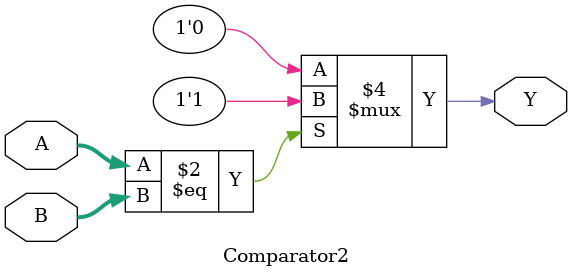
<source format=v>
`timescale 1ns / 1ps


// -----------------  STRUCTURAL MODELLING  -----------------

 module Comparator(  input [3:0] a, 
                     input [3:0] b, 
                     output out      );

 wire n0,n1,n2,n3;

 xnor xnor0(n0, a[0], b[0]);
 xnor xnor1(n1, a[1], b[1]);
 xnor xnor2(n2, a[2], b[2]);
 xnor xnor3(n3, a[3], b[3]);
 and and0( out, n0, n1, n2, n3);
 
endmodule


// -----------------  DATAFLOW MODELLING  -----------------

 module Comparator1(  input [3:0] A, 
                      input [3:0] B, 
                      output Y        );
    
 assign Y=&((A~^B)); 
    
endmodule

 
    

// -----------------  BEHAVIORAL MODELLING  -----------------


 module Comparator2( input [3:0] A, 
                     input [3:0] B, 
                     output reg Y     );
                     
   integer N;
   
   always@(A or B)
   begin
    Y=0;
    if(A==B)
       Y=1;
   end
   
endmodule

</source>
